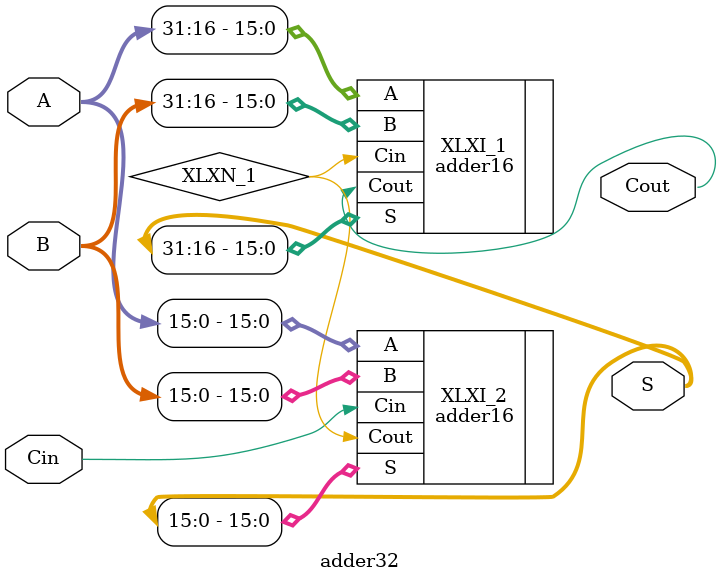
<source format=v>
`timescale 1ns / 1ps

module adder32(A, 
               B, 
               Cin, 
               Cout, 
               S);

    input [31:0] A;
    input [31:0] B;
    input Cin;
   output Cout;
   output [31:0] S;
   
   wire XLXN_1;
   
   adder16 XLXI_1 (.A(A[31:16]), 
                   .B(B[31:16]), 
                   .Cin(XLXN_1), 
                   .Cout(Cout), 
                   .S(S[31:16]));
   adder16 XLXI_2 (.A(A[15:0]), 
                   .B(B[15:0]), 
                   .Cin(Cin), 
                   .Cout(XLXN_1), 
                   .S(S[15:0]));
endmodule

</source>
